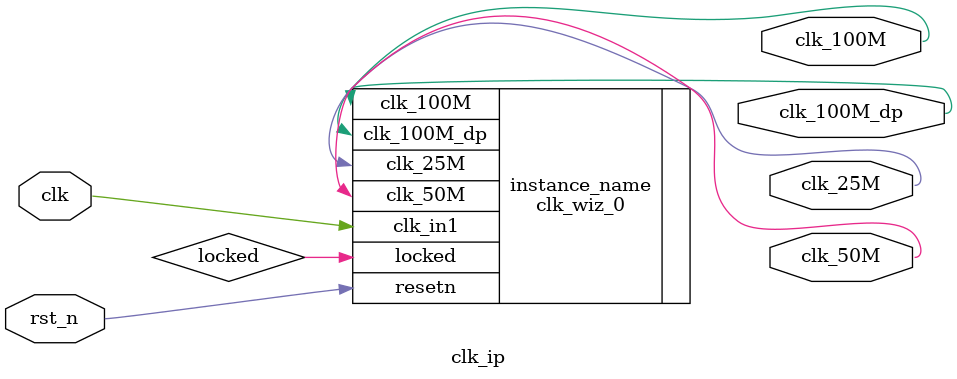
<source format=v>
`timescale 1ns / 1ps


module clk_ip(
    input clk,
    input rst_n,

    output clk_100M,
    output clk_100M_dp,
    output clk_50M,
    output clk_25M
    );

clk_wiz_0 instance_name(
    // Clock out ports
    .clk_100M         (clk_100M),        // output clk_100M
    .clk_100M_dp      (clk_100M_dp),     // output clk_100M_dp
    .clk_50M          (clk_50M),         // output clk_50M
    .clk_25M          (clk_25M),         // output clk_25M
    // Status and control signals
    .resetn           (rst_n),           // input resetn
    .locked           (locked),          // output locked
    // Clock in ports
    .clk_in1          (clk)              // input clk_in1
    );

endmodule

</source>
